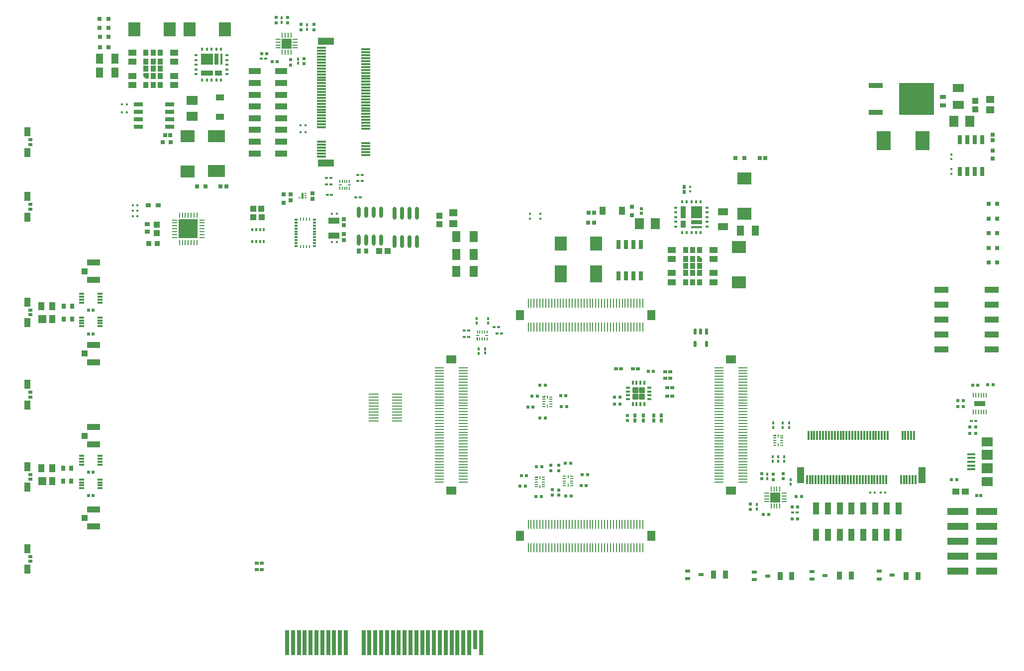
<source format=gtp>
G04*
G04 #@! TF.GenerationSoftware,Altium Limited,Altium Designer,24.4.1 (13)*
G04*
G04 Layer_Color=8421504*
%FSLAX44Y44*%
%MOMM*%
G71*
G04*
G04 #@! TF.SameCoordinates,54A0BAA1-6D0C-43F7-A8F5-CCA505531DDE*
G04*
G04*
G04 #@! TF.FilePolarity,Positive*
G04*
G01*
G75*
G04:AMPARAMS|DCode=30|XSize=0.939mm|YSize=0.939mm|CornerRadius=0.0517mm|HoleSize=0mm|Usage=FLASHONLY|Rotation=90.000|XOffset=0mm|YOffset=0mm|HoleType=Round|Shape=RoundedRectangle|*
%AMROUNDEDRECTD30*
21,1,0.9390,0.8357,0,0,90.0*
21,1,0.8357,0.9390,0,0,90.0*
1,1,0.1033,0.4179,0.4179*
1,1,0.1033,0.4179,-0.4179*
1,1,0.1033,-0.4179,-0.4179*
1,1,0.1033,-0.4179,0.4179*
%
%ADD30ROUNDEDRECTD30*%
%ADD31R,1.8231X0.9231*%
%ADD32R,0.5000X0.2000*%
%ADD33R,0.2000X0.5000*%
%ADD34R,0.5000X0.2000*%
%ADD35R,0.2000X0.5000*%
%ADD36R,1.5499X0.2499*%
%ADD37R,1.7000X1.3500*%
%ADD38R,1.3500X1.7000*%
%ADD39R,0.2499X1.5499*%
%ADD40R,1.4500X1.1500*%
%ADD41R,0.9000X0.5000*%
%ADD42R,1.0000X0.7200*%
%ADD43R,0.7112X4.1910*%
%ADD44R,0.7112X3.2004*%
%ADD45R,0.9500X1.4500*%
%ADD46R,0.6500X0.6000*%
%ADD47R,0.5321X1.0383*%
G04:AMPARAMS|DCode=48|XSize=1.0383mm|YSize=0.5321mm|CornerRadius=0.2661mm|HoleSize=0mm|Usage=FLASHONLY|Rotation=270.000|XOffset=0mm|YOffset=0mm|HoleType=Round|Shape=RoundedRectangle|*
%AMROUNDEDRECTD48*
21,1,1.0383,0.0000,0,0,270.0*
21,1,0.5061,0.5321,0,0,270.0*
1,1,0.5321,0.0000,-0.2531*
1,1,0.5321,0.0000,0.2531*
1,1,0.5321,0.0000,0.2531*
1,1,0.5321,0.0000,-0.2531*
%
%ADD48ROUNDEDRECTD48*%
%ADD49R,0.8000X0.9500*%
%ADD50O,0.6000X2.2000*%
%ADD51O,0.6000X1.9000*%
%ADD52R,0.4750X0.3500*%
%ADD53R,0.2500X0.4750*%
%ADD54R,0.3500X0.5000*%
%ADD55R,1.8000X0.2500*%
%ADD56R,1.0000X1.4000*%
%ADD57R,1.4000X1.4000*%
%ADD58R,1.1200X2.1050*%
%ADD59R,0.9000X0.7500*%
%ADD60R,1.0500X1.0000*%
%ADD61R,2.2000X1.0500*%
%ADD62R,0.7000X0.9000*%
%ADD63R,0.9000X0.8000*%
%ADD64R,0.9500X0.9500*%
%ADD65R,0.9000X0.2600*%
%ADD66R,0.2600X0.9000*%
%ADD67R,3.2500X3.2500*%
%ADD68R,0.8500X0.3000*%
%ADD69R,1.4500X1.9000*%
%ADD70R,1.1546X1.7062*%
%ADD71R,1.1000X1.3500*%
%ADD72R,1.9900X2.3300*%
%ADD73R,0.7393X0.6725*%
%ADD74R,1.5000X1.8500*%
%ADD75R,0.9000X1.0000*%
%ADD76C,0.7413*%
%ADD77R,1.4000X1.0000*%
G04:AMPARAMS|DCode=78|XSize=1.55mm|YSize=0.6mm|CornerRadius=0.051mm|HoleSize=0mm|Usage=FLASHONLY|Rotation=90.000|XOffset=0mm|YOffset=0mm|HoleType=Round|Shape=RoundedRectangle|*
%AMROUNDEDRECTD78*
21,1,1.5500,0.4980,0,0,90.0*
21,1,1.4480,0.6000,0,0,90.0*
1,1,0.1020,0.2490,0.7240*
1,1,0.1020,0.2490,-0.7240*
1,1,0.1020,-0.2490,-0.7240*
1,1,0.1020,-0.2490,0.7240*
%
%ADD78ROUNDEDRECTD78*%
%ADD79R,0.6682X0.6725*%
%ADD80R,2.4000X3.3000*%
%ADD81R,0.5000X0.5000*%
%ADD82R,1.3061X1.0582*%
%ADD83R,0.4750X0.5000*%
%ADD84R,2.4400X1.1300*%
%ADD85R,0.2225X0.8397*%
G04:AMPARAMS|DCode=86|XSize=0.8397mm|YSize=0.2225mm|CornerRadius=0.1112mm|HoleSize=0mm|Usage=FLASHONLY|Rotation=90.000|XOffset=0mm|YOffset=0mm|HoleType=Round|Shape=RoundedRectangle|*
%AMROUNDEDRECTD86*
21,1,0.8397,0.0000,0,0,90.0*
21,1,0.6172,0.2225,0,0,90.0*
1,1,0.2225,0.0000,0.3086*
1,1,0.2225,0.0000,-0.3086*
1,1,0.2225,0.0000,-0.3086*
1,1,0.2225,0.0000,0.3086*
%
%ADD86ROUNDEDRECTD86*%
%ADD87R,0.4500X0.4500*%
%ADD88R,0.7200X0.7200*%
%ADD89R,3.6800X1.2700*%
G04:AMPARAMS|DCode=90|XSize=0.3mm|YSize=0.75mm|CornerRadius=0.0495mm|HoleSize=0mm|Usage=FLASHONLY|Rotation=180.000|XOffset=0mm|YOffset=0mm|HoleType=Round|Shape=RoundedRectangle|*
%AMROUNDEDRECTD90*
21,1,0.3000,0.6510,0,0,180.0*
21,1,0.2010,0.7500,0,0,180.0*
1,1,0.0990,-0.1005,0.3255*
1,1,0.0990,0.1005,0.3255*
1,1,0.0990,0.1005,-0.3255*
1,1,0.0990,-0.1005,-0.3255*
%
%ADD90ROUNDEDRECTD90*%
G04:AMPARAMS|DCode=91|XSize=0.3mm|YSize=0.75mm|CornerRadius=0.0495mm|HoleSize=0mm|Usage=FLASHONLY|Rotation=90.000|XOffset=0mm|YOffset=0mm|HoleType=Round|Shape=RoundedRectangle|*
%AMROUNDEDRECTD91*
21,1,0.3000,0.6510,0,0,90.0*
21,1,0.2010,0.7500,0,0,90.0*
1,1,0.0990,0.3255,0.1005*
1,1,0.0990,0.3255,-0.1005*
1,1,0.0990,-0.3255,-0.1005*
1,1,0.0990,-0.3255,0.1005*
%
%ADD91ROUNDEDRECTD91*%
%ADD92R,1.9000X1.1000*%
%ADD93R,0.8890X1.2954*%
%ADD94R,0.8890X2.1082*%
%ADD95R,1.8796X2.1082*%
%ADD96R,1.8796X0.6604*%
%ADD97R,1.8796X0.3556*%
%ADD98R,0.3302X0.5080*%
%ADD99R,0.5080X0.3302*%
%ADD100R,1.9000X1.8000*%
%ADD101R,1.3500X0.4000*%
%ADD102R,5.9182X5.5118*%
%ADD103R,2.4892X0.9398*%
%ADD104R,3.0000X2.0000*%
%ADD105R,2.3300X1.9900*%
%ADD106R,0.3000X1.5500*%
%ADD107R,1.2000X2.7500*%
%ADD108R,0.8128X0.2540*%
%ADD109R,0.2540X0.8128*%
%ADD110R,1.8034X1.8034*%
%ADD111R,0.8000X0.8000*%
%ADD112R,0.8000X0.5000*%
%ADD113R,1.0000X1.5000*%
%ADD114R,0.4500X0.4500*%
%ADD115R,0.5500X0.5500*%
%ADD116R,0.5811X0.5121*%
%ADD117R,0.6000X0.6500*%
G04:AMPARAMS|DCode=118|XSize=1.55mm|YSize=0.6mm|CornerRadius=0.051mm|HoleSize=0mm|Usage=FLASHONLY|Rotation=0.000|XOffset=0mm|YOffset=0mm|HoleType=Round|Shape=RoundedRectangle|*
%AMROUNDEDRECTD118*
21,1,1.5500,0.4980,0,0,0.0*
21,1,1.4480,0.6000,0,0,0.0*
1,1,0.1020,0.7240,-0.2490*
1,1,0.1020,-0.7240,-0.2490*
1,1,0.1020,-0.7240,0.2490*
1,1,0.1020,0.7240,0.2490*
%
%ADD118ROUNDEDRECTD118*%
%ADD119R,0.6800X0.6400*%
%ADD120R,0.7000X0.7000*%
%ADD121R,1.0500X1.1000*%
%ADD122R,0.7000X0.7000*%
%ADD123R,0.6400X0.6800*%
%ADD124R,1.1000X1.0500*%
%ADD125R,0.3700X0.2400*%
%ADD126R,0.4000X1.0800*%
%ADD127R,2.1050X1.1200*%
%ADD128R,0.5000X0.4500*%
%ADD129R,0.4500X0.5000*%
%ADD130R,0.5500X0.5500*%
%ADD131R,1.5500X0.3000*%
%ADD132R,2.7500X1.2000*%
%ADD133R,1.2954X0.8890*%
%ADD134R,2.1082X0.8890*%
%ADD135R,2.1082X1.8796*%
%ADD136R,0.6604X1.8796*%
%ADD137R,0.3556X1.8796*%
%ADD138R,0.7154X0.6725*%
%ADD139R,0.5121X0.5811*%
%ADD140R,1.7062X1.1546*%
%ADD141R,2.0000X3.0000*%
%ADD142R,1.8500X1.5000*%
%ADD143R,1.3500X1.1000*%
%ADD144R,0.6725X0.7393*%
%ADD145R,0.6725X0.7154*%
%ADD146R,1.9000X1.4500*%
%ADD147R,1.9000X1.5750*%
G36*
X223500Y998000D02*
X219000D01*
X214500Y1002500D01*
Y1008000D01*
X223500D01*
Y998000D01*
D02*
G37*
G36*
X550000Y808500D02*
X548000D01*
Y812000D01*
X547000D01*
Y813500D01*
X550000D01*
Y808500D01*
D02*
G37*
G36*
X1165500Y691500D02*
Y686000D01*
X1156500D01*
Y696000D01*
X1161000D01*
X1165500Y691500D01*
D02*
G37*
G36*
X784000Y552500D02*
X782000D01*
Y556000D01*
X781000D01*
Y557500D01*
X784000D01*
Y552500D01*
D02*
G37*
G36*
X898500Y455000D02*
X893500D01*
Y457000D01*
X897000D01*
Y458000D01*
X898500D01*
Y455000D01*
D02*
G37*
G36*
X1291500Y389000D02*
X1286500D01*
Y391000D01*
X1290000D01*
Y392000D01*
X1291500D01*
Y389000D01*
D02*
G37*
G36*
X933500Y320000D02*
X928500D01*
Y322000D01*
X932000D01*
Y323000D01*
X933500D01*
Y320000D01*
D02*
G37*
G36*
X885500Y318000D02*
X880500D01*
Y320000D01*
X884000D01*
Y321000D01*
X885500D01*
Y318000D01*
D02*
G37*
D30*
X1051305Y467695D02*
D03*
Y456305D02*
D03*
X1062695D02*
D03*
Y467695D02*
D03*
D31*
X1637751Y444846D02*
D03*
D32*
X564500Y817000D02*
D03*
X549500Y817000D02*
D03*
X798499Y561001D02*
D03*
X783501Y560999D02*
D03*
D33*
X553000Y811000D02*
D03*
X557000D02*
D03*
X561000D02*
D03*
X565000Y811000D02*
D03*
X565000Y823000D02*
D03*
X561000Y822999D02*
D03*
X557000D02*
D03*
X553000D02*
D03*
X549001Y823000D02*
D03*
X787000Y555000D02*
D03*
X791000D02*
D03*
X795000D02*
D03*
X799000Y555000D02*
D03*
X799000Y567000D02*
D03*
X795000Y567000D02*
D03*
X791000D02*
D03*
X787000D02*
D03*
X783000Y567000D02*
D03*
D34*
X1301000Y390000D02*
D03*
Y386000D02*
D03*
Y382000D02*
D03*
Y378000D02*
D03*
Y374000D02*
D03*
X1289000D02*
D03*
Y378000D02*
D03*
Y382000D02*
D03*
Y386000D02*
D03*
X908000Y456000D02*
D03*
Y452000D02*
D03*
Y448000D02*
D03*
Y444000D02*
D03*
Y440000D02*
D03*
X896000D02*
D03*
Y444000D02*
D03*
Y448000D02*
D03*
Y452000D02*
D03*
X943000Y321000D02*
D03*
Y317000D02*
D03*
Y313000D02*
D03*
Y309000D02*
D03*
Y305000D02*
D03*
X931000D02*
D03*
Y309000D02*
D03*
Y313000D02*
D03*
Y317000D02*
D03*
X895000Y319000D02*
D03*
Y315000D02*
D03*
Y311000D02*
D03*
Y307000D02*
D03*
Y303000D02*
D03*
X883000D02*
D03*
Y307000D02*
D03*
Y311000D02*
D03*
Y315000D02*
D03*
D35*
X1295000Y389500D02*
D03*
Y374500D02*
D03*
X902000Y455500D02*
D03*
Y440500D02*
D03*
X937000Y320500D02*
D03*
Y305500D02*
D03*
X889000Y318500D02*
D03*
Y303500D02*
D03*
D36*
X1234624Y315932D02*
D03*
X1194126Y450930D02*
D03*
Y315932D02*
D03*
Y310930D02*
D03*
X1234624D02*
D03*
Y335932D02*
D03*
Y360930D02*
D03*
Y385932D02*
D03*
Y410930D02*
D03*
Y435931D02*
D03*
Y460930D02*
D03*
Y485931D02*
D03*
X1194126Y335932D02*
D03*
Y360930D02*
D03*
Y385932D02*
D03*
Y410930D02*
D03*
Y435931D02*
D03*
Y460930D02*
D03*
Y485931D02*
D03*
Y320930D02*
D03*
X1234624D02*
D03*
X1194126Y455931D02*
D03*
X1234624Y420930D02*
D03*
Y405932D02*
D03*
X1194126Y465931D02*
D03*
X1234624Y505931D02*
D03*
X1194126Y480930D02*
D03*
Y505931D02*
D03*
Y490930D02*
D03*
X1234624Y390930D02*
D03*
Y425932D02*
D03*
Y500930D02*
D03*
X1194126Y495931D02*
D03*
X1234624Y395932D02*
D03*
Y480930D02*
D03*
Y465931D02*
D03*
Y490930D02*
D03*
Y415932D02*
D03*
Y400930D02*
D03*
Y430930D02*
D03*
Y445931D02*
D03*
Y450930D02*
D03*
Y475931D02*
D03*
Y440930D02*
D03*
X1194126Y500930D02*
D03*
X1234624Y495931D02*
D03*
X1194126Y475931D02*
D03*
X1234624Y375932D02*
D03*
Y380930D02*
D03*
Y470930D02*
D03*
Y455931D02*
D03*
X1194126Y440930D02*
D03*
Y445931D02*
D03*
X1234624Y345932D02*
D03*
X1194126Y405932D02*
D03*
Y395932D02*
D03*
X1234624Y330930D02*
D03*
X1194126Y420930D02*
D03*
Y380930D02*
D03*
Y370930D02*
D03*
Y350930D02*
D03*
X1234624Y340930D02*
D03*
Y365932D02*
D03*
X1194126Y415932D02*
D03*
Y470930D02*
D03*
Y340930D02*
D03*
Y330930D02*
D03*
X1234624Y325932D02*
D03*
Y355932D02*
D03*
Y370930D02*
D03*
Y350930D02*
D03*
X1194126Y390930D02*
D03*
Y400930D02*
D03*
Y345932D02*
D03*
Y375932D02*
D03*
Y355932D02*
D03*
Y325932D02*
D03*
Y365932D02*
D03*
Y430930D02*
D03*
Y425932D02*
D03*
X717899Y500955D02*
D03*
X758397Y365956D02*
D03*
Y500955D02*
D03*
Y505956D02*
D03*
X717899D02*
D03*
Y480955D02*
D03*
Y455956D02*
D03*
Y430955D02*
D03*
Y405956D02*
D03*
Y380955D02*
D03*
Y355956D02*
D03*
Y330955D02*
D03*
X758397Y480955D02*
D03*
Y455956D02*
D03*
Y430955D02*
D03*
Y405956D02*
D03*
Y380955D02*
D03*
Y355956D02*
D03*
Y330955D02*
D03*
Y495956D02*
D03*
X717899D02*
D03*
X758397Y360955D02*
D03*
X717899Y395956D02*
D03*
Y410955D02*
D03*
X758397Y350955D02*
D03*
X717899Y310955D02*
D03*
X758397Y335956D02*
D03*
Y310955D02*
D03*
Y325956D02*
D03*
X717899Y425956D02*
D03*
Y390955D02*
D03*
Y315956D02*
D03*
X758397Y320955D02*
D03*
X717899Y420955D02*
D03*
Y335956D02*
D03*
Y350955D02*
D03*
Y325956D02*
D03*
Y400955D02*
D03*
Y415956D02*
D03*
Y385956D02*
D03*
Y370955D02*
D03*
Y365956D02*
D03*
Y340955D02*
D03*
Y375956D02*
D03*
X758397Y315956D02*
D03*
X717899Y320955D02*
D03*
X758397Y340955D02*
D03*
X717899Y440955D02*
D03*
Y435956D02*
D03*
Y345956D02*
D03*
Y360955D02*
D03*
X758397Y375956D02*
D03*
Y370955D02*
D03*
X717899Y470955D02*
D03*
X758397Y410955D02*
D03*
Y420955D02*
D03*
X717899Y485956D02*
D03*
X758397Y395956D02*
D03*
Y435956D02*
D03*
Y445956D02*
D03*
Y465956D02*
D03*
X717899Y475956D02*
D03*
Y450955D02*
D03*
X758397Y400955D02*
D03*
Y345956D02*
D03*
Y475956D02*
D03*
Y485956D02*
D03*
X717899Y490955D02*
D03*
Y460955D02*
D03*
Y445956D02*
D03*
Y465956D02*
D03*
X758397Y425956D02*
D03*
Y415956D02*
D03*
Y470955D02*
D03*
Y440955D02*
D03*
Y460955D02*
D03*
Y490955D02*
D03*
Y450955D02*
D03*
Y385956D02*
D03*
Y390955D02*
D03*
D37*
X1214261Y296693D02*
D03*
Y520193D02*
D03*
X738261D02*
D03*
Y296693D02*
D03*
D38*
X855011Y595193D02*
D03*
X1078511D02*
D03*
Y219193D02*
D03*
X855011D02*
D03*
D39*
X949273Y575058D02*
D03*
X944274D02*
D03*
X1009273D02*
D03*
X1049273D02*
D03*
X1019273D02*
D03*
X999273D02*
D03*
X1029273D02*
D03*
X974274D02*
D03*
X984274D02*
D03*
X1024274Y615556D02*
D03*
X1004274D02*
D03*
X1019273D02*
D03*
X1049273D02*
D03*
X1044274Y575058D02*
D03*
X1034274D02*
D03*
X904275D02*
D03*
X959273D02*
D03*
X1009273Y615556D02*
D03*
X1034274D02*
D03*
X1024274Y575058D02*
D03*
X1004274D02*
D03*
X994274D02*
D03*
X954274D02*
D03*
X1044274Y615556D02*
D03*
X979273Y575058D02*
D03*
X969273D02*
D03*
X1029273Y615556D02*
D03*
X929273Y575058D02*
D03*
X934274D02*
D03*
X919273Y615556D02*
D03*
X904275D02*
D03*
X994274D02*
D03*
X999273D02*
D03*
X899273Y575058D02*
D03*
X879273Y615556D02*
D03*
X874275Y575058D02*
D03*
X934274Y615556D02*
D03*
X899273D02*
D03*
X924274D02*
D03*
X929273D02*
D03*
X944274D02*
D03*
X974274D02*
D03*
X959273D02*
D03*
X884275D02*
D03*
X909273D02*
D03*
X894275D02*
D03*
X979273D02*
D03*
X879273Y575058D02*
D03*
X874275Y615556D02*
D03*
X949273D02*
D03*
X984274D02*
D03*
X884275Y575058D02*
D03*
X869273D02*
D03*
X894275D02*
D03*
X869273Y615556D02*
D03*
X909273Y575058D02*
D03*
X969273Y615556D02*
D03*
X954274D02*
D03*
X919273Y575058D02*
D03*
X1054274Y615556D02*
D03*
Y575058D02*
D03*
X889273D02*
D03*
X914274D02*
D03*
X939273D02*
D03*
X964274D02*
D03*
X989273D02*
D03*
X1014274D02*
D03*
X1039273D02*
D03*
X889273Y615556D02*
D03*
X914274D02*
D03*
X939273D02*
D03*
X964274D02*
D03*
X989273D02*
D03*
X1014274D02*
D03*
X1039273D02*
D03*
X1064274D02*
D03*
Y575058D02*
D03*
X1059273D02*
D03*
X924274D02*
D03*
X1059273Y615556D02*
D03*
X984249Y239329D02*
D03*
X989248D02*
D03*
X924250D02*
D03*
X884250D02*
D03*
X914250D02*
D03*
X934250D02*
D03*
X904250D02*
D03*
X959248D02*
D03*
X949248D02*
D03*
X909248Y198831D02*
D03*
X929248D02*
D03*
X914250D02*
D03*
X884250D02*
D03*
X889249Y239329D02*
D03*
X899248D02*
D03*
X1029248D02*
D03*
X974250D02*
D03*
X924250Y198831D02*
D03*
X899248D02*
D03*
X909248Y239329D02*
D03*
X929248D02*
D03*
X939248D02*
D03*
X979248D02*
D03*
X889249Y198831D02*
D03*
X954250Y239329D02*
D03*
X964250D02*
D03*
X904250Y198831D02*
D03*
X1004249Y239329D02*
D03*
X999248D02*
D03*
X1014249Y198831D02*
D03*
X1029248D02*
D03*
X939248D02*
D03*
X934250D02*
D03*
X1034249Y239329D02*
D03*
X1054249Y198831D02*
D03*
X1059248Y239329D02*
D03*
X999248Y198831D02*
D03*
X1034249D02*
D03*
X1009248D02*
D03*
X1004249D02*
D03*
X989248D02*
D03*
X959248D02*
D03*
X974250D02*
D03*
X1049248D02*
D03*
X1024249D02*
D03*
X1039248D02*
D03*
X954250D02*
D03*
X1054249Y239329D02*
D03*
X1059248Y198831D02*
D03*
X984249D02*
D03*
X949248D02*
D03*
X1049248Y239329D02*
D03*
X1064249D02*
D03*
X1039248D02*
D03*
X1064249Y198831D02*
D03*
X1024249Y239329D02*
D03*
X964250Y198831D02*
D03*
X979248D02*
D03*
X1014249Y239329D02*
D03*
X879249Y198831D02*
D03*
Y239329D02*
D03*
X1044249D02*
D03*
X1019248D02*
D03*
X994249D02*
D03*
X969248D02*
D03*
X944250D02*
D03*
X919248D02*
D03*
X894250D02*
D03*
X1044249Y198831D02*
D03*
X1019248D02*
D03*
X994249D02*
D03*
X969248D02*
D03*
X944250D02*
D03*
X919248D02*
D03*
X894250D02*
D03*
X869249D02*
D03*
Y239329D02*
D03*
X874250D02*
D03*
X1009248D02*
D03*
X874250Y198831D02*
D03*
D40*
X741638Y751500D02*
D03*
Y769500D02*
D03*
X1655000Y963000D02*
D03*
Y945000D02*
D03*
D41*
X1351950Y158507D02*
D03*
Y145507D02*
D03*
X1374450Y152007D02*
D03*
X1163110Y153186D02*
D03*
X1140610Y146686D02*
D03*
Y159686D02*
D03*
X1276860Y151186D02*
D03*
X1254360Y144686D02*
D03*
Y157686D02*
D03*
X1488700Y152507D02*
D03*
X1466200Y146007D02*
D03*
Y159007D02*
D03*
D42*
X1575000Y953100D02*
D03*
Y966900D02*
D03*
D43*
X649000Y37376D02*
D03*
X629000D02*
D03*
X599000D02*
D03*
X719000D02*
D03*
X489000D02*
D03*
X519000D02*
D03*
X679000D02*
D03*
X689000D02*
D03*
X729000D02*
D03*
X759000D02*
D03*
X559000D02*
D03*
X509000D02*
D03*
X499000D02*
D03*
X769000D02*
D03*
X589000D02*
D03*
X539000D02*
D03*
X549000D02*
D03*
X609000D02*
D03*
X619000D02*
D03*
X659000D02*
D03*
X669000D02*
D03*
X699000D02*
D03*
X709000D02*
D03*
X739000D02*
D03*
X749000D02*
D03*
X639000D02*
D03*
X529000D02*
D03*
X459000D02*
D03*
X469000D02*
D03*
X479000D02*
D03*
X789000D02*
D03*
D44*
X779000Y42329D02*
D03*
D45*
X1419200Y152007D02*
D03*
X1399200D02*
D03*
X1297860Y151186D02*
D03*
X1317860D02*
D03*
X1184860Y153186D02*
D03*
X1204860D02*
D03*
X1512200Y151007D02*
D03*
X1532200D02*
D03*
D46*
X416250Y162000D02*
D03*
X407750D02*
D03*
X416250Y173000D02*
D03*
X407750D02*
D03*
X1056250Y504000D02*
D03*
X1047750D02*
D03*
X1105750Y472000D02*
D03*
X1114250D02*
D03*
X1105750Y457000D02*
D03*
X1114250D02*
D03*
X1102750Y499000D02*
D03*
X1111250D02*
D03*
X1102750Y488000D02*
D03*
X1111250D02*
D03*
X1027250Y504000D02*
D03*
X1018750D02*
D03*
D47*
X1172383Y567662D02*
D03*
D48*
X1153382D02*
D03*
X1172383Y546338D02*
D03*
X1153382D02*
D03*
X1162883Y567662D02*
D03*
D49*
X580750Y705000D02*
D03*
X593250D02*
D03*
D50*
X680050Y769000D02*
D03*
X667350D02*
D03*
X654650D02*
D03*
X641950D02*
D03*
X680050Y721000D02*
D03*
X667350D02*
D03*
X654650D02*
D03*
X641950D02*
D03*
D51*
X619050Y770500D02*
D03*
X606350D02*
D03*
X593650D02*
D03*
X580950D02*
D03*
X619050Y723500D02*
D03*
X606350D02*
D03*
X593650D02*
D03*
X580950D02*
D03*
D52*
X473966Y758000D02*
D03*
Y753000D02*
D03*
Y748000D02*
D03*
Y743000D02*
D03*
Y738000D02*
D03*
Y733000D02*
D03*
Y728000D02*
D03*
Y723000D02*
D03*
Y718000D02*
D03*
Y713000D02*
D03*
X505216Y718000D02*
D03*
Y723000D02*
D03*
Y728000D02*
D03*
Y733000D02*
D03*
Y738000D02*
D03*
Y743000D02*
D03*
Y748000D02*
D03*
Y758000D02*
D03*
Y753000D02*
D03*
Y713000D02*
D03*
D53*
X497091Y758625D02*
D03*
X487091D02*
D03*
X482091D02*
D03*
Y712375D02*
D03*
X487091D02*
D03*
X492091D02*
D03*
Y758625D02*
D03*
X497091Y712375D02*
D03*
D54*
X413071Y720741D02*
D03*
X419571D02*
D03*
Y741241D02*
D03*
X413071D02*
D03*
X406571D02*
D03*
X400071D02*
D03*
X406571Y720741D02*
D03*
X400071D02*
D03*
D55*
X606350Y460913D02*
D03*
X646350D02*
D03*
Y455833D02*
D03*
X606350D02*
D03*
X646350Y450753D02*
D03*
X606350D02*
D03*
X646350Y445673D02*
D03*
X606350D02*
D03*
X646350Y440593D02*
D03*
X606350D02*
D03*
X646350Y435513D02*
D03*
X606350D02*
D03*
X646350Y430433D02*
D03*
X606350D02*
D03*
X646350Y425353D02*
D03*
X606350D02*
D03*
X646350Y420273D02*
D03*
X606350D02*
D03*
X646350Y415193D02*
D03*
X606350D02*
D03*
Y460913D02*
D03*
X646350D02*
D03*
Y455833D02*
D03*
X606350D02*
D03*
X646350Y450753D02*
D03*
X606350D02*
D03*
X646350Y445673D02*
D03*
X606350D02*
D03*
X646350Y440593D02*
D03*
X606350D02*
D03*
X646350Y435513D02*
D03*
X606350D02*
D03*
X646350Y430433D02*
D03*
X606350D02*
D03*
X646350Y425353D02*
D03*
X606350D02*
D03*
X646350Y420273D02*
D03*
X606350D02*
D03*
X646350Y415193D02*
D03*
X606350D02*
D03*
D56*
X40500Y335000D02*
D03*
X59500D02*
D03*
Y313000D02*
D03*
Y589000D02*
D03*
Y611000D02*
D03*
X40500D02*
D03*
D57*
X42500Y313000D02*
D03*
Y589000D02*
D03*
D58*
X1439376Y266000D02*
D03*
X1459376D02*
D03*
X1479376D02*
D03*
X1499376D02*
D03*
X1439376Y221550D02*
D03*
X1479376D02*
D03*
X1459376D02*
D03*
X1499376D02*
D03*
X1359376Y266000D02*
D03*
X1459376D02*
D03*
X1479376D02*
D03*
X1499376D02*
D03*
X1439376Y221550D02*
D03*
X1479376D02*
D03*
X1459376D02*
D03*
X1499376D02*
D03*
X1359376D02*
D03*
X1419376D02*
D03*
X1399376D02*
D03*
X1379376D02*
D03*
X1439376Y266000D02*
D03*
X1419376D02*
D03*
X1399376D02*
D03*
X1379376D02*
D03*
D59*
X220853Y738025D02*
D03*
Y750025D02*
D03*
D60*
X114750Y250000D02*
D03*
Y530000D02*
D03*
Y390000D02*
D03*
Y670000D02*
D03*
D61*
X130000Y235250D02*
D03*
Y264750D02*
D03*
Y515250D02*
D03*
Y544750D02*
D03*
Y404750D02*
D03*
Y375250D02*
D03*
Y684750D02*
D03*
Y655250D02*
D03*
D62*
X78000Y313000D02*
D03*
X92000D02*
D03*
X79000Y589000D02*
D03*
X93000D02*
D03*
X92000Y335000D02*
D03*
X78000D02*
D03*
X79000Y611000D02*
D03*
X93000D02*
D03*
D63*
X239853Y782525D02*
D03*
X222853D02*
D03*
D64*
X238353Y717525D02*
D03*
X223353D02*
D03*
D65*
X267603Y727525D02*
D03*
Y732525D02*
D03*
Y757525D02*
D03*
Y752525D02*
D03*
Y747525D02*
D03*
Y742525D02*
D03*
Y737525D02*
D03*
X314103Y727525D02*
D03*
Y732525D02*
D03*
Y737525D02*
D03*
Y742525D02*
D03*
Y747525D02*
D03*
Y752525D02*
D03*
Y757525D02*
D03*
D66*
X275853Y719275D02*
D03*
X280853D02*
D03*
X285853D02*
D03*
X290853D02*
D03*
X295853D02*
D03*
X300853D02*
D03*
X305853D02*
D03*
X305853Y765775D02*
D03*
X300853D02*
D03*
X295853D02*
D03*
X290853D02*
D03*
X285853D02*
D03*
X280853D02*
D03*
X275853D02*
D03*
D67*
X290853Y742525D02*
D03*
D68*
X140750Y300500D02*
D03*
Y305500D02*
D03*
Y310500D02*
D03*
Y315500D02*
D03*
X109250D02*
D03*
Y310500D02*
D03*
Y305500D02*
D03*
Y300500D02*
D03*
Y616500D02*
D03*
Y621500D02*
D03*
Y626500D02*
D03*
Y631500D02*
D03*
X140750D02*
D03*
Y626500D02*
D03*
Y621500D02*
D03*
Y616500D02*
D03*
Y576500D02*
D03*
Y581500D02*
D03*
Y586500D02*
D03*
Y591500D02*
D03*
X109250D02*
D03*
Y586500D02*
D03*
Y581500D02*
D03*
Y576500D02*
D03*
X140750Y340500D02*
D03*
Y345500D02*
D03*
Y350500D02*
D03*
Y355500D02*
D03*
X109250D02*
D03*
Y350500D02*
D03*
Y345500D02*
D03*
Y340500D02*
D03*
D69*
X746750Y669500D02*
D03*
X776250D02*
D03*
X746750Y729500D02*
D03*
X776250D02*
D03*
Y698500D02*
D03*
X746750D02*
D03*
D70*
X1230484Y739000D02*
D03*
X1256000D02*
D03*
X140242Y1009000D02*
D03*
X165758D02*
D03*
X140242Y1032000D02*
D03*
X165758D02*
D03*
D71*
X1028500Y773000D02*
D03*
X995500D02*
D03*
D72*
X924800Y717000D02*
D03*
X985000D02*
D03*
X353100Y1082000D02*
D03*
X292900D02*
D03*
X259100Y1082000D02*
D03*
X198900D02*
D03*
D73*
X981027Y769500D02*
D03*
X971695D02*
D03*
D74*
X1058750Y751000D02*
D03*
X1085250D02*
D03*
X1593750Y926000D02*
D03*
X1620250D02*
D03*
D75*
X1137000Y691000D02*
D03*
X1149000D02*
D03*
X1137000Y667000D02*
D03*
X1149000D02*
D03*
X1161000D02*
D03*
X1137000Y679000D02*
D03*
X1149000D02*
D03*
X1161000D02*
D03*
Y651500D02*
D03*
X1149000D02*
D03*
X1137000D02*
D03*
Y706500D02*
D03*
X1149000D02*
D03*
X1161000D02*
D03*
X243000Y1003000D02*
D03*
Y1027000D02*
D03*
X231000D02*
D03*
X219000D02*
D03*
X243000Y1015000D02*
D03*
X219000D02*
D03*
Y1042500D02*
D03*
X231000D02*
D03*
X243000D02*
D03*
Y987500D02*
D03*
X231000D02*
D03*
X219000D02*
D03*
X231000Y1015000D02*
D03*
Y1003000D02*
D03*
D76*
X1160620Y690556D02*
D03*
X219380Y1003444D02*
D03*
D77*
X1113500Y651500D02*
D03*
Y667000D02*
D03*
Y691000D02*
D03*
Y706500D02*
D03*
X1184500Y667000D02*
D03*
Y651500D02*
D03*
Y691000D02*
D03*
Y706500D02*
D03*
X266500Y1042500D02*
D03*
Y1027000D02*
D03*
Y1003000D02*
D03*
Y987500D02*
D03*
X195500Y1027000D02*
D03*
Y1042500D02*
D03*
Y1003000D02*
D03*
Y987500D02*
D03*
D78*
X1022630Y662000D02*
D03*
X1035330D02*
D03*
X1060730Y716000D02*
D03*
X1048030D02*
D03*
X1035330D02*
D03*
X1022630D02*
D03*
X1048030Y662000D02*
D03*
X1060730D02*
D03*
X1642050Y840000D02*
D03*
X1629350D02*
D03*
X1603950Y894000D02*
D03*
X1616650D02*
D03*
X1629350D02*
D03*
X1642050D02*
D03*
X1616650Y840000D02*
D03*
X1603950D02*
D03*
D79*
X1262979Y863000D02*
D03*
X1273021D02*
D03*
X356021Y815000D02*
D03*
X345979D02*
D03*
D80*
X1474000Y893000D02*
D03*
X1540000D02*
D03*
D81*
X1631000Y394000D02*
D03*
X1621000D02*
D03*
X1589000Y315000D02*
D03*
X1599000D02*
D03*
D82*
X1597239Y295000D02*
D03*
X1612761D02*
D03*
D83*
X1620875Y405000D02*
D03*
X1631125D02*
D03*
D84*
X1658000Y536700D02*
D03*
Y562100D02*
D03*
Y587500D02*
D03*
Y612900D02*
D03*
Y638300D02*
D03*
X1572000D02*
D03*
Y612900D02*
D03*
Y587500D02*
D03*
Y562100D02*
D03*
Y536700D02*
D03*
D85*
X1626500Y430690D02*
D03*
D86*
X1631000D02*
D03*
X1635500D02*
D03*
X1640000D02*
D03*
X1644500D02*
D03*
X1649000D02*
D03*
Y459000D02*
D03*
X1644500D02*
D03*
X1640000D02*
D03*
X1635500D02*
D03*
X1631000D02*
D03*
X1626500D02*
D03*
D87*
X204353Y763525D02*
D03*
X196353D02*
D03*
X178000Y941000D02*
D03*
X186000D02*
D03*
X178000Y954000D02*
D03*
X186000D02*
D03*
X204353Y773525D02*
D03*
X196353D02*
D03*
X204353Y782525D02*
D03*
X196353D02*
D03*
X482000Y919000D02*
D03*
X490000D02*
D03*
X1459000Y293000D02*
D03*
X1451000D02*
D03*
X482000Y907000D02*
D03*
X490000D02*
D03*
X1469000Y293000D02*
D03*
X1477000D02*
D03*
X535591Y719500D02*
D03*
X543591D02*
D03*
X535591Y768500D02*
D03*
X543591D02*
D03*
D88*
X555591Y748400D02*
D03*
Y758600D02*
D03*
Y733600D02*
D03*
Y723400D02*
D03*
D89*
X1600250Y260800D02*
D03*
Y235400D02*
D03*
Y210000D02*
D03*
Y184600D02*
D03*
Y159200D02*
D03*
X1649750D02*
D03*
Y260800D02*
D03*
Y235400D02*
D03*
Y210000D02*
D03*
Y184600D02*
D03*
D90*
X1047250Y443750D02*
D03*
X1053750D02*
D03*
X1060250D02*
D03*
X1066750D02*
D03*
Y480250D02*
D03*
X1060250D02*
D03*
X1053750D02*
D03*
X1047250D02*
D03*
D91*
X1075250Y452250D02*
D03*
Y458750D02*
D03*
Y465250D02*
D03*
Y471750D02*
D03*
X1038750D02*
D03*
Y465250D02*
D03*
Y458750D02*
D03*
Y452250D02*
D03*
D92*
X538591Y756000D02*
D03*
Y731000D02*
D03*
D93*
X1133000Y750250D02*
D03*
D94*
Y770250D02*
D03*
D95*
X1156100D02*
D03*
D96*
Y753650D02*
D03*
D97*
Y745550D02*
D03*
D98*
X1163000Y735834D02*
D03*
X1155000D02*
D03*
X1147000D02*
D03*
X1139000D02*
D03*
X1131000D02*
D03*
Y788666D02*
D03*
X1139000D02*
D03*
X1147000D02*
D03*
X1155000D02*
D03*
X1163000D02*
D03*
X346416Y995584D02*
D03*
X338416D02*
D03*
X330416D02*
D03*
X322416D02*
D03*
X314416D02*
D03*
Y1048416D02*
D03*
X322416D02*
D03*
X330416D02*
D03*
X338416D02*
D03*
X346416D02*
D03*
D99*
X1120584Y746250D02*
D03*
Y754250D02*
D03*
Y762250D02*
D03*
Y770250D02*
D03*
Y778250D02*
D03*
X1173416D02*
D03*
Y770250D02*
D03*
Y762250D02*
D03*
Y754250D02*
D03*
Y746250D02*
D03*
X356832Y1038000D02*
D03*
Y1030000D02*
D03*
Y1022000D02*
D03*
Y1014000D02*
D03*
Y1006000D02*
D03*
X304000D02*
D03*
Y1014000D02*
D03*
Y1022000D02*
D03*
Y1030000D02*
D03*
Y1038000D02*
D03*
D100*
X1650000Y357250D02*
D03*
Y334250D02*
D03*
D101*
X1623250Y332750D02*
D03*
Y339250D02*
D03*
Y358750D02*
D03*
Y345750D02*
D03*
Y352250D02*
D03*
D102*
X1529653Y964000D02*
D03*
D103*
X1460438Y941140D02*
D03*
Y986860D02*
D03*
D104*
X339124Y840590D02*
D03*
Y900590D02*
D03*
D105*
X1228000Y650900D02*
D03*
Y711100D02*
D03*
X1237000Y767900D02*
D03*
Y828100D02*
D03*
X290000Y900100D02*
D03*
Y839900D02*
D03*
D106*
X1528500Y315000D02*
D03*
X1523500D02*
D03*
X1518500D02*
D03*
X1513500D02*
D03*
X1508500D02*
D03*
X1503500D02*
D03*
X1526000Y390500D02*
D03*
X1521000D02*
D03*
X1516000D02*
D03*
X1511000D02*
D03*
X1506000D02*
D03*
X1478500Y315000D02*
D03*
X1476000Y390500D02*
D03*
X1473500Y315000D02*
D03*
X1471000Y390500D02*
D03*
X1468500Y315000D02*
D03*
X1466000Y390500D02*
D03*
X1463500Y315000D02*
D03*
X1461000Y390500D02*
D03*
X1458500Y315000D02*
D03*
X1456000Y390500D02*
D03*
X1453500Y315000D02*
D03*
X1451000Y390500D02*
D03*
X1448500Y315000D02*
D03*
X1446000Y390500D02*
D03*
X1443500Y315000D02*
D03*
X1441000Y390500D02*
D03*
X1438500Y315000D02*
D03*
X1436000Y390500D02*
D03*
X1433500Y315000D02*
D03*
X1431000Y390500D02*
D03*
X1428500Y315000D02*
D03*
X1426000Y390500D02*
D03*
X1423500Y315000D02*
D03*
X1421000Y390500D02*
D03*
X1418500Y315000D02*
D03*
X1416000Y390500D02*
D03*
X1413500Y315000D02*
D03*
X1411000Y390500D02*
D03*
X1408500Y315000D02*
D03*
X1406000Y390500D02*
D03*
X1403500Y315000D02*
D03*
X1401000Y390500D02*
D03*
X1398500Y315000D02*
D03*
X1396000Y390500D02*
D03*
X1393500Y315000D02*
D03*
X1391000Y390500D02*
D03*
X1388500Y315000D02*
D03*
X1386000Y390500D02*
D03*
X1383500Y315000D02*
D03*
X1381000Y390500D02*
D03*
X1378500Y315000D02*
D03*
X1376000Y390500D02*
D03*
X1373500Y315000D02*
D03*
X1371000Y390500D02*
D03*
X1368500Y315000D02*
D03*
X1366000Y390500D02*
D03*
X1363500Y315000D02*
D03*
X1361000Y390500D02*
D03*
X1358500Y315000D02*
D03*
X1356000Y390500D02*
D03*
X1353500Y315000D02*
D03*
X1351000Y390500D02*
D03*
X1348500Y315000D02*
D03*
X1346000Y390500D02*
D03*
X1343500Y315000D02*
D03*
X1481000Y390500D02*
D03*
D107*
X1539500Y322750D02*
D03*
X1332500D02*
D03*
D108*
X443522Y1065500D02*
D03*
Y1060500D02*
D03*
Y1055500D02*
D03*
Y1050500D02*
D03*
X472478D02*
D03*
Y1055500D02*
D03*
Y1060500D02*
D03*
Y1065500D02*
D03*
X1304478Y292500D02*
D03*
Y287500D02*
D03*
Y282500D02*
D03*
Y277500D02*
D03*
X1275522D02*
D03*
Y282500D02*
D03*
Y287500D02*
D03*
Y292500D02*
D03*
D109*
X450500Y1043522D02*
D03*
X455500D02*
D03*
X460500D02*
D03*
X465500D02*
D03*
Y1072478D02*
D03*
X460500D02*
D03*
X455500D02*
D03*
X450500D02*
D03*
X1282500Y299478D02*
D03*
X1287500D02*
D03*
X1292500D02*
D03*
X1297500D02*
D03*
Y270522D02*
D03*
X1292500D02*
D03*
X1287500D02*
D03*
X1282500D02*
D03*
D110*
X458000Y1058000D02*
D03*
X1290000Y285000D02*
D03*
D111*
X1652500Y785000D02*
D03*
X1667500D02*
D03*
Y735000D02*
D03*
X1652500D02*
D03*
X1667500Y710000D02*
D03*
X1652500D02*
D03*
X1667500Y685000D02*
D03*
X1652500D02*
D03*
X140000Y1100000D02*
D03*
X155000D02*
D03*
X1652500Y760000D02*
D03*
X1667500D02*
D03*
X1237000Y863000D02*
D03*
X1222000D02*
D03*
X305500Y815000D02*
D03*
X320500D02*
D03*
X155500Y1052000D02*
D03*
X140500D02*
D03*
X155500Y1069500D02*
D03*
X140500D02*
D03*
X155000Y1085000D02*
D03*
X140000D02*
D03*
D112*
X22000Y464000D02*
D03*
Y456000D02*
D03*
Y184000D02*
D03*
Y176000D02*
D03*
Y324000D02*
D03*
Y316000D02*
D03*
Y604000D02*
D03*
Y596000D02*
D03*
Y784000D02*
D03*
Y776000D02*
D03*
Y894000D02*
D03*
Y886000D02*
D03*
D113*
X17000Y477500D02*
D03*
Y442500D02*
D03*
Y197500D02*
D03*
Y162500D02*
D03*
Y337500D02*
D03*
Y302500D02*
D03*
Y617500D02*
D03*
Y582500D02*
D03*
Y797500D02*
D03*
Y762500D02*
D03*
Y907500D02*
D03*
Y872500D02*
D03*
D114*
X890000Y760000D02*
D03*
Y768000D02*
D03*
X872000Y760000D02*
D03*
Y768000D02*
D03*
X1589000Y861000D02*
D03*
Y869000D02*
D03*
Y844000D02*
D03*
Y836000D02*
D03*
X1145000Y806000D02*
D03*
Y814000D02*
D03*
D115*
X1267000Y325500D02*
D03*
Y316500D02*
D03*
X1038000Y424500D02*
D03*
Y415500D02*
D03*
X460000Y1102500D02*
D03*
Y1093500D02*
D03*
X1247000Y273500D02*
D03*
Y264500D02*
D03*
X1286000Y315500D02*
D03*
Y324500D02*
D03*
X1303000Y316500D02*
D03*
Y325500D02*
D03*
X440000Y1093500D02*
D03*
Y1102500D02*
D03*
X488000Y1032500D02*
D03*
Y1023500D02*
D03*
X483000Y1081500D02*
D03*
Y1090500D02*
D03*
X465000Y1030500D02*
D03*
Y1021500D02*
D03*
X505000Y1081500D02*
D03*
Y1090500D02*
D03*
X921000Y339500D02*
D03*
Y330500D02*
D03*
Y288500D02*
D03*
Y297500D02*
D03*
X908000Y339500D02*
D03*
Y330500D02*
D03*
X910000Y289000D02*
D03*
Y298000D02*
D03*
D116*
X121345Y328000D02*
D03*
X128655D02*
D03*
Y563000D02*
D03*
X121345D02*
D03*
X128655Y288000D02*
D03*
X121345D02*
D03*
X128655Y604000D02*
D03*
X121345D02*
D03*
X1639655Y288000D02*
D03*
X1632345D02*
D03*
D117*
X1135000Y805750D02*
D03*
Y814250D02*
D03*
X1065000Y424250D02*
D03*
Y415750D02*
D03*
X1051000Y424250D02*
D03*
Y415750D02*
D03*
X1096000Y424250D02*
D03*
Y415750D02*
D03*
X1083000Y424250D02*
D03*
Y415750D02*
D03*
D118*
X205500Y954050D02*
D03*
Y941350D02*
D03*
X259500Y915950D02*
D03*
Y928650D02*
D03*
Y941350D02*
D03*
X205500Y928650D02*
D03*
Y915950D02*
D03*
X259500Y954050D02*
D03*
D119*
X260400Y902000D02*
D03*
X251600D02*
D03*
D120*
X247000Y890000D02*
D03*
X261000D02*
D03*
D121*
X615750Y704250D02*
D03*
X629750D02*
D03*
X401447Y761987D02*
D03*
X415448D02*
D03*
X401286Y776425D02*
D03*
X415286D02*
D03*
D122*
X1660000Y861870D02*
D03*
Y875870D02*
D03*
X1046000Y766000D02*
D03*
Y780000D02*
D03*
X453000Y787000D02*
D03*
Y801000D02*
D03*
D123*
X1660000Y893600D02*
D03*
Y902400D02*
D03*
D124*
X237353Y749525D02*
D03*
Y735525D02*
D03*
X717827Y764735D02*
D03*
Y750735D02*
D03*
X1630000Y960000D02*
D03*
Y946000D02*
D03*
D125*
X479850Y795026D02*
D03*
X490150D02*
D03*
Y799026D02*
D03*
Y803026D02*
D03*
D126*
X485000Y799026D02*
D03*
D127*
X448500Y990876D02*
D03*
Y970876D02*
D03*
Y950876D02*
D03*
Y930876D02*
D03*
X404050Y990876D02*
D03*
Y970876D02*
D03*
Y950876D02*
D03*
Y1010876D02*
D03*
Y870876D02*
D03*
Y910876D02*
D03*
Y890876D02*
D03*
Y930876D02*
D03*
X448500Y870876D02*
D03*
Y890876D02*
D03*
Y910876D02*
D03*
Y1010876D02*
D03*
Y930876D02*
D03*
Y910876D02*
D03*
Y890876D02*
D03*
Y870876D02*
D03*
X404050Y930876D02*
D03*
Y890876D02*
D03*
Y910876D02*
D03*
Y870876D02*
D03*
D128*
X415250Y1032000D02*
D03*
X422750D02*
D03*
X1319250Y259000D02*
D03*
X1326750D02*
D03*
X526250Y829000D02*
D03*
X533750D02*
D03*
X527250Y800000D02*
D03*
X534750D02*
D03*
X586750Y834000D02*
D03*
X579250D02*
D03*
X583750Y796000D02*
D03*
X576250D02*
D03*
X533750Y818000D02*
D03*
X526250D02*
D03*
X579250Y824000D02*
D03*
X586750D02*
D03*
X1623250Y415000D02*
D03*
X1630750D02*
D03*
X823750Y564000D02*
D03*
X816250D02*
D03*
X818750Y575000D02*
D03*
X811250D02*
D03*
X760250Y569000D02*
D03*
X767750D02*
D03*
X760250Y558000D02*
D03*
X767750D02*
D03*
D129*
X1295000Y353750D02*
D03*
Y346250D02*
D03*
X1302000Y404250D02*
D03*
Y411750D02*
D03*
X1285000Y346250D02*
D03*
Y353750D02*
D03*
X1305000Y346250D02*
D03*
Y353750D02*
D03*
X1286000Y411750D02*
D03*
Y404250D02*
D03*
X1313000Y411750D02*
D03*
Y404250D02*
D03*
X1258000Y272750D02*
D03*
Y265250D02*
D03*
X1316000Y307250D02*
D03*
Y314750D02*
D03*
X1276000Y317250D02*
D03*
Y324750D02*
D03*
X450000Y1094250D02*
D03*
Y1101750D02*
D03*
X493000Y1082250D02*
D03*
Y1089750D02*
D03*
X478000Y1031750D02*
D03*
Y1024250D02*
D03*
X796000Y538250D02*
D03*
Y530750D02*
D03*
X801000Y582250D02*
D03*
Y589750D02*
D03*
X785000Y537750D02*
D03*
Y530250D02*
D03*
X782000Y582250D02*
D03*
Y589750D02*
D03*
D130*
X1325500Y286000D02*
D03*
X1334500D02*
D03*
X1318500Y248000D02*
D03*
X1327500D02*
D03*
X1318500Y269000D02*
D03*
X1327500D02*
D03*
X1278500Y256000D02*
D03*
X1269500D02*
D03*
X442500Y1027000D02*
D03*
X433500D02*
D03*
X424500Y1041000D02*
D03*
X415500D02*
D03*
X868500Y439000D02*
D03*
X877500D02*
D03*
X1016500Y456000D02*
D03*
X1025500D02*
D03*
X1016500Y444000D02*
D03*
X1025500D02*
D03*
X1082500Y500000D02*
D03*
X1073500D02*
D03*
X933500Y458000D02*
D03*
X924500D02*
D03*
X889500Y420000D02*
D03*
X898500D02*
D03*
X889500Y476000D02*
D03*
X898500D02*
D03*
X934500Y440000D02*
D03*
X925500D02*
D03*
X875500Y457000D02*
D03*
X884500D02*
D03*
X932500Y343000D02*
D03*
X941500D02*
D03*
X933500Y287000D02*
D03*
X942500D02*
D03*
X883500Y337000D02*
D03*
X892500D02*
D03*
X882500Y286000D02*
D03*
X891500D02*
D03*
X1600750Y450000D02*
D03*
X1609750D02*
D03*
X970000Y324000D02*
D03*
X961000D02*
D03*
X968000Y305000D02*
D03*
X959000D02*
D03*
X857500Y322000D02*
D03*
X866500D02*
D03*
X855500Y304000D02*
D03*
X864500D02*
D03*
X1600750Y440000D02*
D03*
X1609750D02*
D03*
X1634500Y476000D02*
D03*
X1625500D02*
D03*
X1651500Y477000D02*
D03*
X1660500D02*
D03*
D131*
X592750Y913000D02*
D03*
X517250Y1050500D02*
D03*
X592750Y1048000D02*
D03*
X517250Y1045500D02*
D03*
X592750Y1043000D02*
D03*
X517250Y1040500D02*
D03*
X592750Y1038000D02*
D03*
X517250Y1035500D02*
D03*
X592750Y1033000D02*
D03*
X517250Y1030500D02*
D03*
X592750Y1028000D02*
D03*
X517250Y1025500D02*
D03*
X592750Y1023000D02*
D03*
X517250Y1020500D02*
D03*
X592750Y1018000D02*
D03*
X517250Y1015500D02*
D03*
X592750Y1013000D02*
D03*
X517250Y1010500D02*
D03*
X592750Y1008000D02*
D03*
X517250Y1005500D02*
D03*
X592750Y1003000D02*
D03*
X517250Y1000500D02*
D03*
X592750Y998000D02*
D03*
X517250Y995500D02*
D03*
X592750Y993000D02*
D03*
X517250Y990500D02*
D03*
X592750Y988000D02*
D03*
X517250Y985500D02*
D03*
X592750Y983000D02*
D03*
X517250Y980500D02*
D03*
X592750Y978000D02*
D03*
X517250Y975500D02*
D03*
X592750Y973000D02*
D03*
X517250Y970500D02*
D03*
X592750Y968000D02*
D03*
X517250Y965500D02*
D03*
X592750Y963000D02*
D03*
X517250Y960500D02*
D03*
X592750Y958000D02*
D03*
X517250Y955500D02*
D03*
X592750Y953000D02*
D03*
X517250Y950500D02*
D03*
X592750Y948000D02*
D03*
X517250Y945500D02*
D03*
X592750Y943000D02*
D03*
X517250Y940500D02*
D03*
X592750Y938000D02*
D03*
X517250Y935500D02*
D03*
X592750Y933000D02*
D03*
X517250Y930500D02*
D03*
X592750Y928000D02*
D03*
X517250Y925500D02*
D03*
X592750Y923000D02*
D03*
X517250Y920500D02*
D03*
X592750Y918000D02*
D03*
X517250Y915500D02*
D03*
X592750Y888000D02*
D03*
Y883000D02*
D03*
Y878000D02*
D03*
Y873000D02*
D03*
Y868000D02*
D03*
X517250Y890500D02*
D03*
Y885500D02*
D03*
Y880500D02*
D03*
Y875500D02*
D03*
Y870500D02*
D03*
Y865500D02*
D03*
D132*
X525000Y1061500D02*
D03*
Y854500D02*
D03*
D133*
X342416Y1008000D02*
D03*
D134*
X322416D02*
D03*
D135*
Y1031100D02*
D03*
D136*
X339016D02*
D03*
D137*
X347116D02*
D03*
D138*
X981146Y752500D02*
D03*
X971575D02*
D03*
D139*
X1062000Y769345D02*
D03*
Y776655D02*
D03*
D140*
X1201000Y771758D02*
D03*
Y746242D02*
D03*
D141*
X925000Y666000D02*
D03*
X985000D02*
D03*
D142*
X297500Y960750D02*
D03*
Y934250D02*
D03*
D143*
X345000Y966500D02*
D03*
Y933500D02*
D03*
D144*
X502000Y802666D02*
D03*
Y793334D02*
D03*
D145*
X465000Y791214D02*
D03*
Y800786D02*
D03*
D146*
X1601000Y982750D02*
D03*
Y953250D02*
D03*
D147*
X1649998Y311873D02*
D03*
X1650002Y379627D02*
D03*
M02*

</source>
